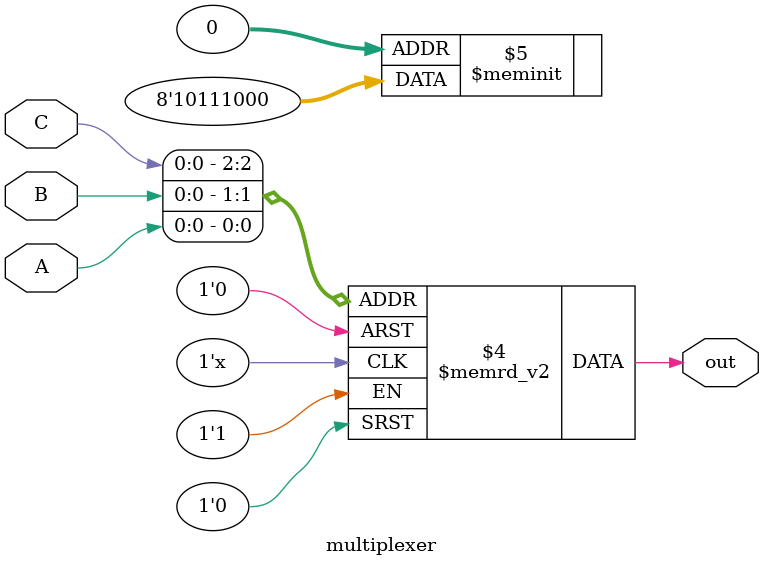
<source format=v>


module multiplexer(output out,input A,B,C);
always@(C,B,A)
 begin
  case({C,B,A})
   3'b000: {out} = 1'b0;
   3'b001: {out} = 1'b0;
   3'b010: {out} = 1'b0;
   3'b011: {out} = 1'b1;
   3'b100: {out} = 1'b1;
   3'b101: {out} = 1'b1;
   3'b110: {out} = 1'b0;
   3'b111: {out} = 1'b1;
  endcase
 end
endmodule


</source>
